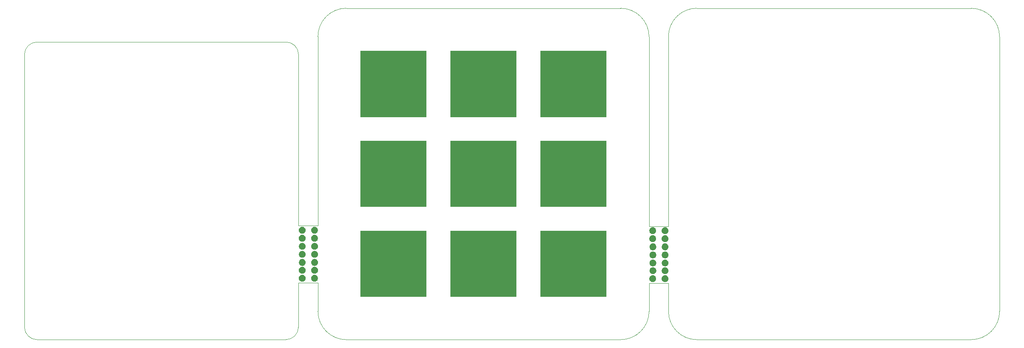
<source format=gbr>
%TF.GenerationSoftware,Altium Limited,Altium Designer,20.1.12 (249)*%
G04 Layer_Color=0*
%FSLAX26Y26*%
%MOIN*%
%TF.SameCoordinates,48E641B1-37B0-44A9-B879-09A3BD72E7FB*%
%TF.FilePolarity,Positive*%
%TF.FileFunction,Profile,NP*%
%TF.Part,Single*%
G01*
G75*
%TA.AperFunction,Profile*%
%ADD30C,0.001000*%
G36*
X2291339Y917323D02*
Y914527D01*
X2292430Y909042D01*
X2294570Y903875D01*
X2297677Y899225D01*
X2301631Y895271D01*
X2306281Y892164D01*
X2311448Y890024D01*
X2316932Y888933D01*
X2319729D01*
X2322525D01*
X2328010Y890024D01*
X2333176Y892164D01*
X2337826Y895271D01*
X2341781Y899225D01*
X2344888Y903875D01*
X2347028Y909042D01*
X2348119Y914527D01*
Y917323D01*
Y920119D01*
X2347028Y925604D01*
X2344888Y930770D01*
X2341781Y935420D01*
X2337826Y939375D01*
X2333176Y942482D01*
X2328010Y944622D01*
X2322525Y945713D01*
X2319729D01*
X2316932D01*
X2311448Y944622D01*
X2306281Y942482D01*
X2301631Y939375D01*
X2297677Y935420D01*
X2294570Y930770D01*
X2292430Y925604D01*
X2291339Y920119D01*
Y917323D01*
D01*
D02*
G37*
G36*
X2393701D02*
Y914527D01*
X2394792Y909042D01*
X2396932Y903875D01*
X2400039Y899225D01*
X2403993Y895271D01*
X2408643Y892164D01*
X2413810Y890024D01*
X2419295Y888933D01*
X2422091D01*
X2424887D01*
X2430372Y890024D01*
X2435539Y892164D01*
X2440189Y895271D01*
X2444143Y899225D01*
X2447250Y903875D01*
X2449390Y909042D01*
X2450481Y914527D01*
Y917323D01*
Y920119D01*
X2449390Y925604D01*
X2447250Y930770D01*
X2444143Y935420D01*
X2440189Y939375D01*
X2435539Y942482D01*
X2430372Y944622D01*
X2424887Y945713D01*
X2422091D01*
X2419295D01*
X2413810Y944622D01*
X2408643Y942482D01*
X2403993Y939375D01*
X2400039Y935420D01*
X2396932Y930770D01*
X2394792Y925604D01*
X2393701Y920119D01*
Y917323D01*
D01*
D02*
G37*
G36*
X2291339Y850394D02*
Y847597D01*
X2292430Y842113D01*
X2294570Y836946D01*
X2297677Y832296D01*
X2301631Y828342D01*
X2306281Y825235D01*
X2311448Y823095D01*
X2316932Y822004D01*
X2319729D01*
X2322525D01*
X2328010Y823095D01*
X2333176Y825235D01*
X2337826Y828342D01*
X2341781Y832296D01*
X2344888Y836946D01*
X2347028Y842113D01*
X2348119Y847597D01*
Y850394D01*
Y853190D01*
X2347028Y858675D01*
X2344888Y863841D01*
X2341781Y868491D01*
X2337826Y872446D01*
X2333176Y875553D01*
X2328010Y877693D01*
X2322525Y878784D01*
X2319729D01*
X2316932D01*
X2311448Y877693D01*
X2306281Y875553D01*
X2301631Y872446D01*
X2297677Y868491D01*
X2294570Y863841D01*
X2292430Y858675D01*
X2291339Y853190D01*
Y850394D01*
D01*
D02*
G37*
G36*
X2393701D02*
Y847597D01*
X2394792Y842113D01*
X2396932Y836946D01*
X2400039Y832296D01*
X2403993Y828342D01*
X2408643Y825235D01*
X2413810Y823095D01*
X2419295Y822004D01*
X2422091D01*
X2424887D01*
X2430372Y823095D01*
X2435539Y825235D01*
X2440189Y828342D01*
X2444143Y832296D01*
X2447250Y836946D01*
X2449390Y842113D01*
X2450481Y847597D01*
Y850394D01*
Y853190D01*
X2449390Y858675D01*
X2447250Y863841D01*
X2444143Y868491D01*
X2440189Y872446D01*
X2435539Y875553D01*
X2430372Y877693D01*
X2424887Y878784D01*
X2422091D01*
X2419295D01*
X2413810Y877693D01*
X2408643Y875553D01*
X2403993Y872446D01*
X2400039Y868491D01*
X2396932Y863841D01*
X2394792Y858675D01*
X2393701Y853190D01*
Y850394D01*
D01*
D02*
G37*
G36*
X2291906Y782634D02*
Y779837D01*
X2292997Y774352D01*
X2295137Y769186D01*
X2298244Y764536D01*
X2302198Y760581D01*
X2306848Y757475D01*
X2312015Y755334D01*
X2317499Y754243D01*
X2320296D01*
X2323092D01*
X2328577Y755334D01*
X2333743Y757475D01*
X2338393Y760581D01*
X2342348Y764536D01*
X2345455Y769186D01*
X2347595Y774352D01*
X2348686Y779837D01*
Y782634D01*
Y785430D01*
X2347595Y790914D01*
X2345455Y796081D01*
X2342348Y800731D01*
X2338393Y804686D01*
X2333743Y807792D01*
X2328577Y809933D01*
X2323092Y811024D01*
X2320296D01*
X2317499D01*
X2312015Y809933D01*
X2306848Y807792D01*
X2302198Y804686D01*
X2298244Y800731D01*
X2295137Y796081D01*
X2292997Y790914D01*
X2291906Y785430D01*
Y782634D01*
D01*
D02*
G37*
G36*
X2394268D02*
Y779837D01*
X2395359Y774352D01*
X2397499Y769186D01*
X2400606Y764536D01*
X2404560Y760581D01*
X2409210Y757475D01*
X2414377Y755334D01*
X2419862Y754243D01*
X2422658D01*
X2425454D01*
X2430939Y755334D01*
X2436106Y757475D01*
X2440756Y760581D01*
X2444710Y764536D01*
X2447817Y769186D01*
X2449957Y774352D01*
X2451048Y779837D01*
Y782634D01*
Y785430D01*
X2449957Y790914D01*
X2447817Y796081D01*
X2444710Y800731D01*
X2440756Y804686D01*
X2436106Y807792D01*
X2430939Y809933D01*
X2425454Y811024D01*
X2422658D01*
X2419862D01*
X2414377Y809933D01*
X2409210Y807792D01*
X2404560Y804686D01*
X2400606Y800731D01*
X2397499Y796081D01*
X2395359Y790914D01*
X2394268Y785430D01*
Y782634D01*
D01*
D02*
G37*
G36*
X2291906Y715704D02*
Y712908D01*
X2292997Y707423D01*
X2295137Y702257D01*
X2298244Y697607D01*
X2302198Y693652D01*
X2306848Y690545D01*
X2312015Y688405D01*
X2317499Y687314D01*
X2320296D01*
X2323092D01*
X2328577Y688405D01*
X2333743Y690545D01*
X2338393Y693652D01*
X2342348Y697607D01*
X2345455Y702257D01*
X2347595Y707423D01*
X2348686Y712908D01*
Y715704D01*
Y718500D01*
X2347595Y723985D01*
X2345455Y729152D01*
X2342348Y733802D01*
X2338393Y737756D01*
X2333743Y740863D01*
X2328577Y743003D01*
X2323092Y744095D01*
X2320296D01*
X2317499D01*
X2312015Y743003D01*
X2306848Y740863D01*
X2302198Y737756D01*
X2298244Y733802D01*
X2295137Y729152D01*
X2292997Y723985D01*
X2291906Y718500D01*
Y715704D01*
D01*
D02*
G37*
G36*
X2394268D02*
Y712908D01*
X2395359Y707423D01*
X2397499Y702257D01*
X2400606Y697607D01*
X2404560Y693652D01*
X2409210Y690545D01*
X2414377Y688405D01*
X2419862Y687314D01*
X2422658D01*
X2425454D01*
X2430939Y688405D01*
X2436106Y690545D01*
X2440756Y693652D01*
X2444710Y697607D01*
X2447817Y702257D01*
X2449957Y707423D01*
X2451048Y712908D01*
Y715704D01*
Y718500D01*
X2449957Y723985D01*
X2447817Y729152D01*
X2444710Y733802D01*
X2440756Y737756D01*
X2436106Y740863D01*
X2430939Y743003D01*
X2425454Y744095D01*
X2422658D01*
X2419862D01*
X2414377Y743003D01*
X2409210Y740863D01*
X2404560Y737756D01*
X2400606Y733802D01*
X2397499Y729152D01*
X2395359Y723985D01*
X2394268Y718500D01*
Y715704D01*
D01*
D02*
G37*
G36*
X2291906Y648775D02*
Y645979D01*
X2292997Y640494D01*
X2295137Y635327D01*
X2298244Y630678D01*
X2302198Y626723D01*
X2306848Y623616D01*
X2312015Y621476D01*
X2317499Y620385D01*
X2320296D01*
X2323092D01*
X2328577Y621476D01*
X2333743Y623616D01*
X2338393Y626723D01*
X2342348Y630678D01*
X2345455Y635327D01*
X2347595Y640494D01*
X2348686Y645979D01*
Y648775D01*
Y651571D01*
X2347595Y657056D01*
X2345455Y662223D01*
X2342348Y666873D01*
X2338393Y670827D01*
X2333743Y673934D01*
X2328577Y676074D01*
X2323092Y677165D01*
X2320296D01*
X2317499D01*
X2312015Y676074D01*
X2306848Y673934D01*
X2302198Y670827D01*
X2298244Y666873D01*
X2295137Y662223D01*
X2292997Y657056D01*
X2291906Y651571D01*
Y648775D01*
D01*
D02*
G37*
G36*
X2394268D02*
Y645979D01*
X2395359Y640494D01*
X2397499Y635327D01*
X2400606Y630678D01*
X2404560Y626723D01*
X2409210Y623616D01*
X2414377Y621476D01*
X2419862Y620385D01*
X2422658D01*
X2425454D01*
X2430939Y621476D01*
X2436106Y623616D01*
X2440756Y626723D01*
X2444710Y630678D01*
X2447817Y635327D01*
X2449957Y640494D01*
X2451048Y645979D01*
Y648775D01*
Y651571D01*
X2449957Y657056D01*
X2447817Y662223D01*
X2444710Y666873D01*
X2440756Y670827D01*
X2436106Y673934D01*
X2430939Y676074D01*
X2425454Y677165D01*
X2422658D01*
X2419862D01*
X2414377Y676074D01*
X2409210Y673934D01*
X2404560Y670827D01*
X2400606Y666873D01*
X2397499Y662223D01*
X2395359Y657056D01*
X2394268Y651571D01*
Y648775D01*
D01*
D02*
G37*
G36*
X2291838Y583624D02*
Y580828D01*
X2292929Y575343D01*
X2295069Y570176D01*
X2298176Y565526D01*
X2302130Y561572D01*
X2306780Y558465D01*
X2311947Y556325D01*
X2317432Y555234D01*
X2320228D01*
X2323024D01*
X2328509Y556325D01*
X2333675Y558465D01*
X2338325Y561572D01*
X2342280Y565526D01*
X2345387Y570176D01*
X2347527Y575343D01*
X2348618Y580828D01*
Y583624D01*
Y586420D01*
X2347527Y591905D01*
X2345387Y597072D01*
X2342280Y601721D01*
X2338325Y605676D01*
X2333675Y608783D01*
X2328509Y610923D01*
X2323024Y612014D01*
X2320228D01*
X2317432D01*
X2311947Y610923D01*
X2306780Y608783D01*
X2302130Y605676D01*
X2298176Y601721D01*
X2295069Y597072D01*
X2292929Y591905D01*
X2291838Y586420D01*
Y583624D01*
D01*
D02*
G37*
G36*
X2394200D02*
Y580828D01*
X2395291Y575343D01*
X2397431Y570176D01*
X2400538Y565526D01*
X2404492Y561572D01*
X2409142Y558465D01*
X2414309Y556325D01*
X2419794Y555234D01*
X2422590D01*
X2425386D01*
X2430871Y556325D01*
X2436038Y558465D01*
X2440688Y561572D01*
X2444642Y565526D01*
X2447749Y570176D01*
X2449889Y575343D01*
X2450980Y580828D01*
Y583624D01*
Y586420D01*
X2449889Y591905D01*
X2447749Y597072D01*
X2444642Y601721D01*
X2440688Y605676D01*
X2436038Y608783D01*
X2430871Y610923D01*
X2425386Y612014D01*
X2422590D01*
X2419794D01*
X2414309Y610923D01*
X2409142Y608783D01*
X2404492Y605676D01*
X2400538Y601721D01*
X2397431Y597072D01*
X2395291Y591905D01*
X2394200Y586420D01*
Y583624D01*
D01*
D02*
G37*
G36*
X2291454Y517078D02*
Y514282D01*
X2292545Y508797D01*
X2294685Y503630D01*
X2297792Y498980D01*
X2301747Y495026D01*
X2306397Y491919D01*
X2311563Y489779D01*
X2317048Y488688D01*
X2319844D01*
X2322640D01*
X2328125Y489779D01*
X2333292Y491919D01*
X2337942Y495026D01*
X2341896Y498980D01*
X2345003Y503630D01*
X2347143Y508797D01*
X2348235Y514282D01*
Y517078D01*
Y519874D01*
X2347143Y525359D01*
X2345003Y530526D01*
X2341896Y535176D01*
X2337942Y539130D01*
X2333292Y542237D01*
X2328125Y544377D01*
X2322640Y545468D01*
X2319844D01*
X2317048D01*
X2311563Y544377D01*
X2306397Y542237D01*
X2301747Y539130D01*
X2297792Y535176D01*
X2294685Y530526D01*
X2292545Y525359D01*
X2291454Y519874D01*
Y517078D01*
D01*
D02*
G37*
G36*
X2393816D02*
Y514282D01*
X2394907Y508797D01*
X2397048Y503630D01*
X2400155Y498980D01*
X2404109Y495026D01*
X2408759Y491919D01*
X2413925Y489779D01*
X2419410Y488688D01*
X2422207D01*
X2425003D01*
X2430488Y489779D01*
X2435654Y491919D01*
X2440304Y495026D01*
X2444259Y498980D01*
X2447365Y503630D01*
X2449506Y508797D01*
X2450597Y514282D01*
Y517078D01*
Y519874D01*
X2449506Y525359D01*
X2447365Y530526D01*
X2444259Y535176D01*
X2440304Y539130D01*
X2435654Y542237D01*
X2430488Y544377D01*
X2425003Y545468D01*
X2422207D01*
X2419410D01*
X2413925Y544377D01*
X2408759Y542237D01*
X2404109Y539130D01*
X2400155Y535176D01*
X2397048Y530526D01*
X2394907Y525359D01*
X2393816Y519874D01*
Y517078D01*
D01*
D02*
G37*
G36*
X5212599Y913386D02*
Y910590D01*
X5213690Y905105D01*
X5215830Y899938D01*
X5218936Y895288D01*
X5222891Y891334D01*
X5227541Y888227D01*
X5232708Y886087D01*
X5238192Y884996D01*
X5240989D01*
X5243785D01*
X5249270Y886087D01*
X5254436Y888227D01*
X5259086Y891334D01*
X5263041Y895288D01*
X5266148Y899938D01*
X5268288Y905105D01*
X5269379Y910590D01*
Y913386D01*
Y916182D01*
X5268288Y921667D01*
X5266148Y926833D01*
X5263041Y931483D01*
X5259086Y935438D01*
X5254436Y938545D01*
X5249270Y940685D01*
X5243785Y941776D01*
X5240989D01*
X5238192D01*
X5232708Y940685D01*
X5227541Y938545D01*
X5222891Y935438D01*
X5218936Y931483D01*
X5215830Y926833D01*
X5213690Y921667D01*
X5212599Y916182D01*
Y913386D01*
D01*
D02*
G37*
G36*
Y846457D02*
Y843660D01*
X5213690Y838176D01*
X5215830Y833009D01*
X5218936Y828359D01*
X5222891Y824405D01*
X5227541Y821298D01*
X5232708Y819158D01*
X5238192Y818067D01*
X5240989D01*
X5243785D01*
X5249270Y819158D01*
X5254436Y821298D01*
X5259086Y824405D01*
X5263041Y828359D01*
X5266148Y833009D01*
X5268288Y838176D01*
X5269379Y843660D01*
Y846457D01*
Y849253D01*
X5268288Y854738D01*
X5266148Y859904D01*
X5263041Y864554D01*
X5259086Y868509D01*
X5254436Y871616D01*
X5249270Y873756D01*
X5243785Y874847D01*
X5240989D01*
X5238192D01*
X5232708Y873756D01*
X5227541Y871616D01*
X5222891Y868509D01*
X5218936Y864554D01*
X5215830Y859904D01*
X5213690Y854738D01*
X5212599Y849253D01*
Y846457D01*
D01*
D02*
G37*
G36*
X5213166Y778697D02*
Y775900D01*
X5214257Y770415D01*
X5216397Y765249D01*
X5219503Y760599D01*
X5223458Y756644D01*
X5228108Y753538D01*
X5233275Y751397D01*
X5238759Y750306D01*
X5241556D01*
X5244352D01*
X5249837Y751397D01*
X5255003Y753538D01*
X5259653Y756644D01*
X5263608Y760599D01*
X5266715Y765249D01*
X5268855Y770415D01*
X5269946Y775900D01*
Y778697D01*
Y781493D01*
X5268855Y786977D01*
X5266715Y792144D01*
X5263608Y796794D01*
X5259653Y800749D01*
X5255003Y803855D01*
X5249837Y805995D01*
X5244352Y807087D01*
X5241556D01*
X5238759D01*
X5233275Y805995D01*
X5228108Y803855D01*
X5223458Y800749D01*
X5219503Y796794D01*
X5216397Y792144D01*
X5214257Y786977D01*
X5213166Y781493D01*
Y778697D01*
D01*
D02*
G37*
G36*
Y711767D02*
Y708971D01*
X5214257Y703486D01*
X5216397Y698320D01*
X5219503Y693670D01*
X5223458Y689715D01*
X5228108Y686608D01*
X5233275Y684468D01*
X5238759Y683377D01*
X5241556D01*
X5244352D01*
X5249837Y684468D01*
X5255003Y686608D01*
X5259653Y689715D01*
X5263608Y693670D01*
X5266715Y698320D01*
X5268855Y703486D01*
X5269946Y708971D01*
Y711767D01*
Y714563D01*
X5268855Y720048D01*
X5266715Y725215D01*
X5263608Y729865D01*
X5259653Y733819D01*
X5255003Y736926D01*
X5249837Y739066D01*
X5244352Y740158D01*
X5241556D01*
X5238759D01*
X5233275Y739066D01*
X5228108Y736926D01*
X5223458Y733819D01*
X5219503Y729865D01*
X5216397Y725215D01*
X5214257Y720048D01*
X5213166Y714563D01*
Y711767D01*
D01*
D02*
G37*
G36*
Y644838D02*
Y642042D01*
X5214257Y636557D01*
X5216397Y631390D01*
X5219503Y626741D01*
X5223458Y622786D01*
X5228108Y619679D01*
X5233275Y617539D01*
X5238759Y616448D01*
X5241556D01*
X5244352D01*
X5249837Y617539D01*
X5255003Y619679D01*
X5259653Y622786D01*
X5263608Y626741D01*
X5266715Y631390D01*
X5268855Y636557D01*
X5269946Y642042D01*
Y644838D01*
Y647634D01*
X5268855Y653119D01*
X5266715Y658286D01*
X5263608Y662936D01*
X5259653Y666890D01*
X5255003Y669997D01*
X5249837Y672137D01*
X5244352Y673228D01*
X5241556D01*
X5238759D01*
X5233275Y672137D01*
X5228108Y669997D01*
X5223458Y666890D01*
X5219503Y662936D01*
X5216397Y658286D01*
X5214257Y653119D01*
X5213166Y647634D01*
Y644838D01*
D01*
D02*
G37*
G36*
X5213098Y579687D02*
Y576891D01*
X5214189Y571406D01*
X5216329Y566239D01*
X5219436Y561589D01*
X5223390Y557635D01*
X5228040Y554528D01*
X5233207Y552388D01*
X5238691Y551297D01*
X5241488D01*
X5244284D01*
X5249769Y552388D01*
X5254935Y554528D01*
X5259585Y557635D01*
X5263540Y561589D01*
X5266647Y566239D01*
X5268787Y571406D01*
X5269878Y576891D01*
Y579687D01*
Y582483D01*
X5268787Y587968D01*
X5266647Y593135D01*
X5263540Y597784D01*
X5259585Y601739D01*
X5254935Y604846D01*
X5249769Y606986D01*
X5244284Y608077D01*
X5241488D01*
X5238691D01*
X5233207Y606986D01*
X5228040Y604846D01*
X5223390Y601739D01*
X5219436Y597784D01*
X5216329Y593135D01*
X5214189Y587968D01*
X5213098Y582483D01*
Y579687D01*
D01*
D02*
G37*
G36*
X5212714Y513141D02*
Y510345D01*
X5213805Y504860D01*
X5215945Y499693D01*
X5219052Y495043D01*
X5223007Y491089D01*
X5227657Y487982D01*
X5232823Y485842D01*
X5238308Y484751D01*
X5241104D01*
X5243900D01*
X5249385Y485842D01*
X5254552Y487982D01*
X5259202Y491089D01*
X5263156Y495043D01*
X5266263Y499693D01*
X5268403Y504860D01*
X5269494Y510345D01*
Y513141D01*
Y515937D01*
X5268403Y521422D01*
X5266263Y526589D01*
X5263156Y531239D01*
X5259202Y535193D01*
X5254552Y538300D01*
X5249385Y540440D01*
X5243900Y541531D01*
X5241104D01*
X5238308D01*
X5232823Y540440D01*
X5227657Y538300D01*
X5223007Y535193D01*
X5219052Y531239D01*
X5215945Y526589D01*
X5213805Y521422D01*
X5212714Y515937D01*
Y513141D01*
D01*
D02*
G37*
G36*
X5315076D02*
Y510345D01*
X5316167Y504860D01*
X5318307Y499693D01*
X5321414Y495043D01*
X5325369Y491089D01*
X5330019Y487982D01*
X5335185Y485842D01*
X5340670Y484751D01*
X5343467D01*
X5346263D01*
X5351748Y485842D01*
X5356914Y487982D01*
X5361564Y491089D01*
X5365519Y495043D01*
X5368625Y499693D01*
X5370766Y504860D01*
X5371857Y510345D01*
Y513141D01*
Y515937D01*
X5370766Y521422D01*
X5368625Y526589D01*
X5365519Y531239D01*
X5361564Y535193D01*
X5356914Y538300D01*
X5351748Y540440D01*
X5346263Y541531D01*
X5343467D01*
X5340670D01*
X5335185Y540440D01*
X5330019Y538300D01*
X5325369Y535193D01*
X5321414Y531239D01*
X5318307Y526589D01*
X5316167Y521422D01*
X5315076Y515937D01*
Y513141D01*
D01*
D02*
G37*
G36*
X5315460Y579687D02*
Y576891D01*
X5316551Y571406D01*
X5318691Y566239D01*
X5321798Y561589D01*
X5325752Y557635D01*
X5330402Y554528D01*
X5335569Y552388D01*
X5341054Y551297D01*
X5343850D01*
X5346646D01*
X5352131Y552388D01*
X5357298Y554528D01*
X5361948Y557635D01*
X5365902Y561589D01*
X5369009Y566239D01*
X5371149Y571406D01*
X5372240Y576891D01*
Y579687D01*
Y582483D01*
X5371149Y587968D01*
X5369009Y593135D01*
X5365902Y597784D01*
X5361948Y601739D01*
X5357298Y604846D01*
X5352131Y606986D01*
X5346646Y608077D01*
X5343850D01*
X5341054D01*
X5335569Y606986D01*
X5330402Y604846D01*
X5325752Y601739D01*
X5321798Y597784D01*
X5318691Y593135D01*
X5316551Y587968D01*
X5315460Y582483D01*
Y579687D01*
D01*
D02*
G37*
G36*
X5315528Y644838D02*
Y642042D01*
X5316619Y636557D01*
X5318759Y631390D01*
X5321866Y626741D01*
X5325820Y622786D01*
X5330470Y619679D01*
X5335637Y617539D01*
X5341122Y616448D01*
X5343918D01*
X5346714D01*
X5352199Y617539D01*
X5357365Y619679D01*
X5362015Y622786D01*
X5365970Y626741D01*
X5369077Y631390D01*
X5371217Y636557D01*
X5372308Y642042D01*
Y644838D01*
Y647634D01*
X5371217Y653119D01*
X5369077Y658286D01*
X5365970Y662936D01*
X5362015Y666890D01*
X5357365Y669997D01*
X5352199Y672137D01*
X5346714Y673228D01*
X5343918D01*
X5341122D01*
X5335637Y672137D01*
X5330470Y669997D01*
X5325820Y666890D01*
X5321866Y662936D01*
X5318759Y658286D01*
X5316619Y653119D01*
X5315528Y647634D01*
Y644838D01*
D01*
D02*
G37*
G36*
Y711767D02*
Y708971D01*
X5316619Y703486D01*
X5318759Y698320D01*
X5321866Y693670D01*
X5325820Y689715D01*
X5330470Y686608D01*
X5335637Y684468D01*
X5341122Y683377D01*
X5343918D01*
X5346714D01*
X5352199Y684468D01*
X5357365Y686608D01*
X5362015Y689715D01*
X5365970Y693670D01*
X5369077Y698320D01*
X5371217Y703486D01*
X5372308Y708971D01*
Y711767D01*
Y714563D01*
X5371217Y720048D01*
X5369077Y725215D01*
X5365970Y729865D01*
X5362015Y733819D01*
X5357365Y736926D01*
X5352199Y739066D01*
X5346714Y740158D01*
X5343918D01*
X5341122D01*
X5335637Y739066D01*
X5330470Y736926D01*
X5325820Y733819D01*
X5321866Y729865D01*
X5318759Y725215D01*
X5316619Y720048D01*
X5315528Y714563D01*
Y711767D01*
D01*
D02*
G37*
G36*
Y778697D02*
Y775900D01*
X5316619Y770415D01*
X5318759Y765249D01*
X5321866Y760599D01*
X5325820Y756644D01*
X5330470Y753538D01*
X5335637Y751397D01*
X5341122Y750306D01*
X5343918D01*
X5346714D01*
X5352199Y751397D01*
X5357365Y753538D01*
X5362015Y756644D01*
X5365970Y760599D01*
X5369077Y765249D01*
X5371217Y770415D01*
X5372308Y775900D01*
Y778697D01*
Y781493D01*
X5371217Y786977D01*
X5369077Y792144D01*
X5365970Y796794D01*
X5362015Y800749D01*
X5357365Y803855D01*
X5352199Y805995D01*
X5346714Y807087D01*
X5343918D01*
X5341122D01*
X5335637Y805995D01*
X5330470Y803855D01*
X5325820Y800749D01*
X5321866Y796794D01*
X5318759Y792144D01*
X5316619Y786977D01*
X5315528Y781493D01*
Y778697D01*
D01*
D02*
G37*
G36*
X5314961Y846457D02*
Y843660D01*
X5316052Y838176D01*
X5318192Y833009D01*
X5321299Y828359D01*
X5325253Y824405D01*
X5329903Y821298D01*
X5335070Y819158D01*
X5340555Y818067D01*
X5343351D01*
X5346147D01*
X5351632Y819158D01*
X5356798Y821298D01*
X5361448Y824405D01*
X5365403Y828359D01*
X5368510Y833009D01*
X5370650Y838176D01*
X5371741Y843660D01*
Y846457D01*
Y849253D01*
X5370650Y854738D01*
X5368510Y859904D01*
X5365403Y864554D01*
X5361448Y868509D01*
X5356798Y871616D01*
X5351632Y873756D01*
X5346147Y874847D01*
X5343351D01*
X5340555D01*
X5335070Y873756D01*
X5329903Y871616D01*
X5325253Y868509D01*
X5321299Y864554D01*
X5318192Y859904D01*
X5316052Y854738D01*
X5314961Y849253D01*
Y846457D01*
D01*
D02*
G37*
G36*
Y913386D02*
Y910590D01*
X5316052Y905105D01*
X5318192Y899938D01*
X5321299Y895288D01*
X5325253Y891334D01*
X5329903Y888227D01*
X5335070Y886087D01*
X5340555Y884996D01*
X5343351D01*
X5346147D01*
X5351632Y886087D01*
X5356798Y888227D01*
X5361448Y891334D01*
X5365403Y895288D01*
X5368510Y899938D01*
X5370650Y905105D01*
X5371741Y910590D01*
Y913386D01*
Y916182D01*
X5370650Y921667D01*
X5368510Y926833D01*
X5365403Y931483D01*
X5361448Y935438D01*
X5356798Y938545D01*
X5351632Y940685D01*
X5346147Y941776D01*
X5343351D01*
X5340555D01*
X5335070Y940685D01*
X5329903Y938545D01*
X5325253Y935438D01*
X5321299Y931483D01*
X5318192Y926833D01*
X5316052Y921667D01*
X5314961Y916182D01*
Y913386D01*
D01*
D02*
G37*
G36*
X2804882Y361260D02*
X3356063D01*
Y912441D01*
X2804882D01*
Y361260D01*
D02*
G37*
G36*
Y1859685D02*
X3356063D01*
Y2410866D01*
X2804882D01*
Y1859685D01*
D02*
G37*
G36*
X4303307Y361260D02*
X4854488D01*
Y912441D01*
X4303307D01*
Y361260D01*
D02*
G37*
G36*
Y1859685D02*
X4854488D01*
Y2410866D01*
X4303307D01*
Y1859685D01*
D02*
G37*
G36*
X2804882Y1110472D02*
X3356063D01*
Y1661653D01*
X2804882D01*
Y1110472D01*
D02*
G37*
G36*
X4303307Y1110472D02*
X4854488D01*
Y1661653D01*
X4303307D01*
Y1110472D01*
D02*
G37*
G36*
X3554094Y361260D02*
X4105275D01*
Y912441D01*
X3554094D01*
Y361260D01*
D02*
G37*
G36*
Y1859685D02*
X4105275D01*
Y2410866D01*
X3554094D01*
Y1859685D01*
D02*
G37*
G36*
Y1110472D02*
X4105275D01*
Y1661653D01*
X3554094D01*
Y1110472D01*
D02*
G37*
D30*
X110433Y5000D02*
X2183189D01*
D02*
G03*
X2288465Y110276I-0J105276D01*
G01*
X2289488Y111299D01*
Y479370D01*
X2450433D01*
Y241654D01*
X2450866Y241221D01*
D02*
G03*
X2687087Y5000I236220J0D01*
G01*
Y5000D01*
X4974055Y5000D01*
Y5118D01*
D02*
G03*
X5210276Y241339I0J236220D01*
G01*
X5210433Y241496D01*
Y477047D01*
X5371732D01*
Y241378D01*
X5371890Y241221D01*
D02*
G03*
X5608110Y5000I236220J0D01*
G01*
Y5000D01*
X7895079Y5000D01*
Y5118D01*
D02*
G03*
X8131299Y241339I0J236220D01*
G01*
X8131181D01*
X8131181Y2530197D01*
X8130787D01*
D02*
G03*
X7894567Y2766418I-236220J0D01*
G01*
X5607756Y2766765D01*
Y2766929D01*
D02*
G03*
X5371535Y2530709I0J-236220D01*
G01*
X5371732D01*
X5371732Y948819D01*
X5210158D01*
X5210158Y2530197D01*
X5209764D01*
D02*
G03*
X4973543Y2766418I-236220J0D01*
G01*
X2686732Y2766765D01*
Y2766929D01*
D02*
G03*
X2450512Y2530709I0J-236220D01*
G01*
X2450709D01*
X2450709Y954291D01*
X2288622D01*
X2288622Y2382362D01*
X2288465D01*
D02*
G03*
X2185512Y2485315I-102953J-0D01*
G01*
Y2485315D01*
X110276D01*
D02*
G03*
X5000Y2380039I0J-105276D01*
G01*
X5000D01*
Y110433D01*
D02*
G03*
X110433Y5000I105433J0D01*
G01*
%TF.MD5,2738d38fe428a7ab6f9d1833c97ed615*%
M02*

</source>
